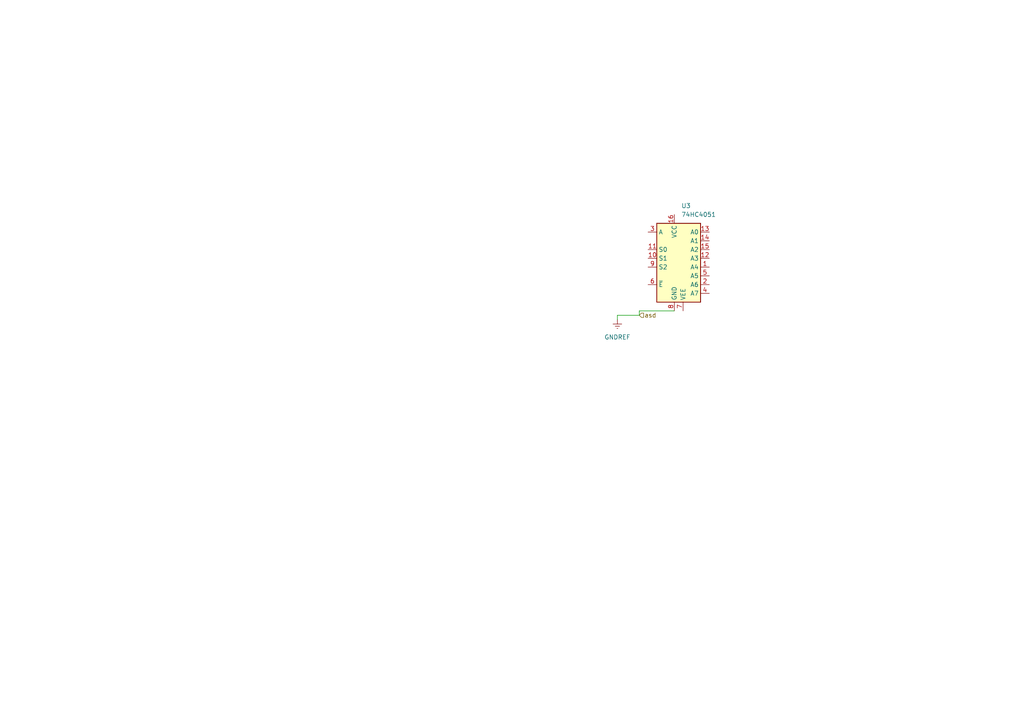
<source format=kicad_sch>
(kicad_sch (version 20211123) (generator eeschema)
  (paper "A4")
  (lib_symbols
    (symbol "74xx:74HC4051"
      (property "Reference" "U" (at -5.08 11.43 0))
      (property "Value" "74HC4051" (at -7.62 -13.97 0))
      (symbol "74HC4051_0_1"
        (rectangle (start -5.08 10.16) (end 7.62 -12.7) (stroke (width 0.254)) (fill (type background)))
      )
      (symbol "74HC4051_1_1"
        (pin passive line (at 10.16 -2.54 180) (length 2.54) (name "A4") (number "1"))
        (pin input line (at -7.62 0 0) (length 2.54) (name "S1") (number "10"))
        (pin input line (at -7.62 2.54 0) (length 2.54) (name "S0") (number "11"))
        (pin passive line (at 10.16 0 180) (length 2.54) (name "A3") (number "12"))
        (pin passive line (at 10.16 7.62 180) (length 2.54) (name "A0") (number "13"))
        (pin passive line (at 10.16 5.08 180) (length 2.54) (name "A1") (number "14"))
        (pin passive line (at 10.16 2.54 180) (length 2.54) (name "A2") (number "15"))
        (pin power_in line (at 0 12.7 270) (length 2.54) (name "VCC") (number "16"))
        (pin passive line (at 10.16 -7.62 180) (length 2.54) (name "A6") (number "2"))
        (pin passive line (at -7.62 7.62 0) (length 2.54) (name "A") (number "3"))
        (pin passive line (at 10.16 -10.16 180) (length 2.54) (name "A7") (number "4"))
        (pin passive line (at 10.16 -5.08 180) (length 2.54) (name "A5") (number "5"))
        (pin input line (at -7.62 -7.62 0) (length 2.54) (name "~{E}") (number "6"))
        (pin power_in line (at 2.54 -15.24 90) (length 2.54) (name "VEE") (number "7"))
        (pin power_in line (at 0 -15.24 90) (length 2.54) (name "GND") (number "8"))
        (pin input line (at -7.62 -2.54 0) (length 2.54) (name "S2") (number "9"))
      )
    )
    (symbol "power:GNDREF" (power) (pin_names (offset 0))
      (property "Value" "GNDREF" (at 0 -3.81 0))
      (symbol "GNDREF_0_1"
        (polyline (pts (xy -0.635 -1.905) (xy 0.635 -1.905)))
        (polyline (pts (xy -0.127 -2.54) (xy 0.127 -2.54)))
        (polyline (pts (xy 0 -1.27) (xy 0 0)))
        (polyline (pts (xy 1.27 -1.27) (xy -1.27 -1.27)))
      )
      (symbol "GNDREF_1_1"
        (pin power_in line (at 0 0 270) (length 0) hide (name "GNDREF") (number "1"))
      )
    )
  )
  (wire (pts (xy 185.42 90.17) (xy 185.42 91.44)))
  (wire (pts (xy 195.58 90.17) (xy 185.42 90.17)))
  (wire (pts (xy 179.07 91.44) (xy 179.07 92.71)))
  (wire (pts (xy 185.42 91.44) (xy 179.07 91.44)))
  (hierarchical_label "asd" (shape input) (at 185.42 91.44 0))
  (symbol (lib_id "74xx:74HC4051") (at 195.58 74.93 0) (unit 1)
    (property "Reference" "U3" (at 197.5994 59.69 0) (effects (justify left)))
    (property "Value" "74HC4051" (at 197.5994 62.23 0) (effects (justify left)))
    (property "Footprint" "Package_SO:SOIC-16W_5.3x10.2mm_P1.27mm" (effects hide))
    (property "Datasheet" "http://www.ti.com/lit/ds/symlink/cd74hc4051.pdf" (effects hide))
    (property "Campo4" "ffff" (effects hide))
  )
  (symbol (lib_id "power:GNDREF") (at 179.07 92.71 0) (unit 1)
    (property "Reference" "#PWR0101" (effects hide))
    (property "Value" "GNDREF" (at 179.07 97.79 0))
  )
)
</source>
